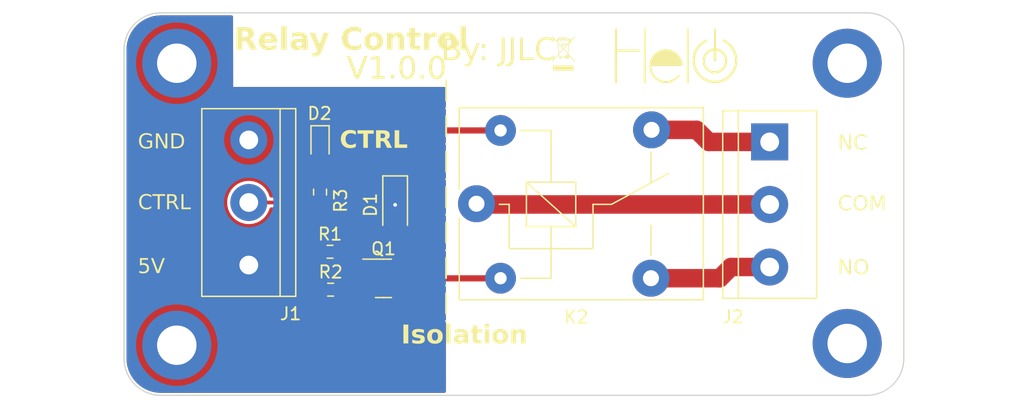
<source format=kicad_pcb>
(kicad_pcb (version 20221018) (generator pcbnew)
  (layers (0 "F.Cu" signal) (31 "B.Cu" signal) (34 "B.Paste" user) (35 "F.Paste" user) (36 "B.SilkS" user "B.Silkscreen") (37 "F.SilkS" user "F.Silkscreen") (38 "B.Mask" user) (39 "F.Mask" user) (44 "Edge.Cuts" user))
  (net 0 "")
  (net 1 "+5V")
  (net 2 "Net-(D1-A)")
  (net 3 "GND")
  (net 4 "Net-(D2-A)")
  (net 5 "/CONTROL")
  (net 6 "/NO")
  (net 7 "/NC")
  (net 8 "/COM")
  (net 9 "Net-(Q1-B)")
  (footprint "Custom_Logos:no_trash_logo_small" (layer "F.Cu") (at 149.37 63.3)
    (fp_text reference "G***" hide)
    (fp_text value "LOGO" hide)
    (fp_poly (pts (xy 0.328554 0.21485) (xy 0.348234 0.225214) (xy 0.363667 0.24124) (xy 0.373749 0.261907) (xy 0.376865 0.276935) (xy 0.375707 0.299204) (xy 0.367976 0.319147) (xy 0.354941 0.335861) (xy 0.337868 0.348444) (xy 0.318027 0.355994) (xy 0.296685 0.357609) (xy 0.27511 0.352388) (xy 0.272463 0.351212) (xy 0.252884 0.337937) (xy 0.239344 0.319695) (xy 0.232425 0.297326) (xy 0.231912 0.292743) (xy 0.231318 0.273453) (xy 0.233838 0.258924) (xy 0.240294 0.246287) (xy 0.248019 0.236546) (xy 0.265142 0.221529) (xy 0.28486 0.213338) (xy 0.305731 0.211168)) (fill solid) (layer "F.SilkS"))
    (fp_poly (pts (xy -0.007974 0.981127) (xy 0.826734 0.982133) (xy 0.826166 0.996078) (xy 0.826045 1.002768) (xy 0.825915 1.016592) (xy 0.825781 1.036718) (xy 0.825647 1.062311) (xy 0.825516 1.092537) (xy 0.825393 1.126563) (xy 0.82528 1.163555) (xy 0.825184 1.202679) (xy 0.825176 1.206251) (xy 0.824753 1.402478) (xy -0.007968 1.402478) (xy -0.08882 1.402473) (xy -0.167532 1.40246) (xy -0.243735 1.402437) (xy -0.31706 1.402407) (xy -0.387139 1.402368) (xy -0.453602 1.402322) (xy -0.516081 1.40227) (xy -0.574205 1.402211) (xy -0.627608 1.402146) (xy -0.675919 1.402075) (xy -0.718769 1.401999) (xy -0.75579 1.401919) (xy -0.786612 1.401834) (xy -0.810867 1.401746) (xy -0.828185 1.401654) (xy -0.838198 1.401559) (xy -0.8407 1.401482) (xy -0.84072 1.397426) (xy -0.840774 1.386141) (xy -0.840858 1.368365) (xy -0.84097 1.344838) (xy -0.841104 1.316298) (xy -0.841259 1.283486) (xy -0.841429 1.247139) (xy -0.841613 1.207997) (xy -0.841696 1.190303) (xy -0.842682 0.980121)) (fill solid) (layer "F.SilkS"))
    (fp_poly (pts (xy -0.907202 -1.406048) (xy -0.90578 -1.404964) (xy -0.903358 -1.402704) (xy -0.899615 -1.398915) (xy -0.894229 -1.393243) (xy -0.886879 -1.385336) (xy -0.877242 -1.37484) (xy -0.864998 -1.361402) (xy -0.849826 -1.344667) (xy -0.831403 -1.324284) (xy -0.809408 -1.299899) (xy -0.783519 -1.271158) (xy -0.753416 -1.237709) (xy -0.718777 -1.199197) (xy -0.67928 -1.155269) (xy -0.659742 -1.133538) (xy -0.625981 -1.095965) (xy -0.597186 -1.063905) (xy -0.572971 -1.036965) (xy -0.552952 -1.014751) (xy -0.536743 -0.996872) (xy -0.52396 -0.982934) (xy -0.514217 -0.972545) (xy -0.507129 -0.965312) (xy -0.502311 -0.960843) (xy -0.499378 -0.958745) (xy -0.497945 -0.958625) (xy -0.497626 -0.960091) (xy -0.498037 -0.962749) (xy -0.498793 -0.966208) (xy -0.499507 -0.970075) (xy -0.499522 -0.970181) (xy -0.500981 -0.982202) (xy -0.502689 -0.998697) (xy -0.504287 -1.016193) (xy -0.504355 -1.016996) (xy -0.506423 -1.041663) (xy -0.446982 -1.041663) (xy -0.446479 -1.030597) (xy -0.445352 -1.014029) (xy -0.443686 -0.993172) (xy -0.441566 -0.96924) (xy -0.44103 -0.96351) (xy -0.433423 -0.882868) (xy -0.36311 -0.805003) (xy -0.34624 -0.786318) (xy -0.324887 -0.762662) (xy -0.299906 -0.734983) (xy -0.272151 -0.704226) (xy -0.242475 -0.671339) (xy -0.211733 -0.637268) (xy -0.18078 -0.602959) (xy -0.15047 -0.56936) (xy -0.14785 -0.566456) (xy -0.115354 -0.530499) (xy -0.087758 -0.500122) (xy -0.064683 -0.474935) (xy -0.045754 -0.454547) (xy -0.030592 -0.438565) (xy -0.018821 -0.426599) (xy -0.010063 -0.418257) (xy -0.003943 -0.413149) (xy -0.000082 -0.410882) (xy 0.001897 -0.411066) (xy 0.001898 -0.411067) (xy 0.005702 -0.415251) (xy 0.014172 -0.424558) (xy 0.026608 -0.43822) (xy 0.04231 -0.455468) (xy 0.060577 -0.475533) (xy 0.080712 -0.497648) (xy 0.089012 -0.506763) (xy 0.109439 -0.529268) (xy 0.128019 -0.549872) (xy 0.144101 -0.567843) (xy 0.157033 -0.582448) (xy 0.166165 -0.592954) (xy 0.170844 -0.598629) (xy 0.171326 -0.599399) (xy 0.167478 -0.599872) (xy 0.15648 -0.60031) (xy 0.139149 -0.600704) (xy 0.116305 -0.601042) (xy 0.088765 -0.601314) (xy 0.057347 -0.601508) (xy 0.022871 -0.601615) (xy 0.001992 -0.601632) (xy -0.167341 -0.601632) (xy -0.167341 -0.697255) (xy -0.167341 -0.735106) (xy -0.108942 -0.735106) (xy -0.108483 -0.705224) (xy -0.108228 -0.689321) (xy -0.107987 -0.675563) (xy -0.10781 -0.666756) (xy -0.107801 -0.666377) (xy -0.107576 -0.657412) (xy 0.058579 -0.657412) (xy 0.224735 -0.657412) (xy 0.237873 -0.670147) (xy 0.24491 -0.677562) (xy 0.248852 -0.684394) (xy 0.250588 -0.693341) (xy 0.251008 -0.707106) (xy 0.251012 -0.71003) (xy 0.251012 -0.73718) (xy 0.071035 -0.736143) (xy -0.108942 -0.735106) (xy -0.167341 -0.735106) (xy -0.167341 -0.792879) (xy 0.07151 -0.792879) (xy 0.31036 -0.792879) (xy 0.311565 -0.773232) (xy 0.312769 -0.753586) (xy 0.364565 -0.80969) (xy 0.380879 -0.827439) (xy 0.395368 -0.843355) (xy 0.407146 -0.856448) (xy 0.41532 -0.86573) (xy 0.419004 -0.87021) (xy 0.419053 -0.870288) (xy 0.420273 -0.875564) (xy 0.421567 -0.884518) (xy 0.513434 -0.884518) (xy 0.539603 -0.884518) (xy 0.565773 -0.884518) (xy 0.565773 -0.913238) (xy 0.565773 -0.941957) (xy 0.547519 -0.924195) (xy 0.536367 -0.91282) (xy 0.526457 -0.901827) (xy 0.52135 -0.895475) (xy 0.513434 -0.884518) (xy 0.421567 -0.884518) (xy 0.421984 -0.8874) (xy 0.424017 -0.904415) (xy 0.426206 -0.925228) (xy 0.428022 -0.944395) (xy 0.428545 -0.950094) (xy 0.486828 -0.950094) (xy 0.490249 -0.949716) (xy 0.497779 -0.956083) (xy 0.505474 -0.964541) (xy 0.518885 -0.980141) (xy 0.504478 -0.980141) (xy 0.494436 -0.979169) (xy 0.490375 -0.975667) (xy 0.490016 -0.973169) (xy 0.488939 -0.963596) (xy 0.48756 -0.957232) (xy 0.486828 -0.950094) (xy 0.428545 -0.950094) (xy 0.430232 -0.968468) (xy 0.432376 -0.991002) (xy 0.434283 -1.010284) (xy 0.435785 -1.024598) (xy 0.436531 -1.030941) (xy 0.438763 -1.047875) (xy -0.003076 -1.047875) (xy -0.061733 -1.047858) (xy -0.118142 -1.04781) (xy -0.171793 -1.047733) (xy -0.222177 -1.047629) (xy -0.268785 -1.047499) (xy -0.311107 -1.047347) (xy -0.348633 -1.047174) (xy -0.380855 -1.046982) (xy -0.407263 -1.046773) (xy -0.427348 -1.046551) (xy -0.4406 -1.046316) (xy -0.446509 -1.046071) (xy -0.446776 -1.046013) (xy -0.446982 -1.041663) (xy -0.506423 -1.041663) (xy -0.506944 -1.047875) (xy -0.538525 -1.047875) (xy -0.570106 -1.047875) (xy -0.568935 -1.076761) (xy -0.567764 -1.105647) (xy -0.540872 -1.105647) (xy -0.51398 -1.105647) (xy -0.513979 -1.113871) (xy -0.4532 -1.113871) (xy -0.452911 -1.108674) (xy -0.449231 -1.106294) (xy -0.441588 -1.104347) (xy -0.438633 -1.108019) (xy -0.438274 -1.113756) (xy -0.439075 -1.120738) (xy -0.442791 -1.12125) (xy -0.446243 -1.119592) (xy -0.4532 -1.113871) (xy -0.513979 -1.113871) (xy -0.513978 -1.12513) (xy -0.513835 -1.134129) (xy -0.512682 -1.140915) (xy -0.50943 -1.146668) (xy -0.50299 -1.152569) (xy -0.492273 -1.159798) (xy -0.476189 -1.169537) (xy -0.469153 -1.173719) (xy -0.438274 -1.192067) (xy -0.438274 -1.231463) (xy -0.37851 -1.231463) (xy -0.37851 -1.171544) (xy -0.37851 -1.111624) (xy -0.344643 -1.111624) (xy -0.310776 -1.111624) (xy -0.310776 -1.136427) (xy -0.250501 -1.136427) (xy -0.250464 -1.122073) (xy -0.250079 -1.11254) (xy -0.24968 -1.109915) (xy -0.246396 -1.109091) (xy -0.237083 -1.108382) (xy -0.221528 -1.107788) (xy -0.199521 -1.107305) (xy -0.170852 -1.106932) (xy -0.135309 -1.106667) (xy -0.092681 -1.106509) (xy -0.042759 -1.106454) (xy 0.01467 -1.106501) (xy 0.079816 -1.106648) (xy 0.093124 -1.106688) (xy 0.43429 -1.107728) (xy 0.43429 -1.119236) (xy 0.433977 -1.123577) (xy 0.492244 -1.123577) (xy 0.49348 -1.111169) (xy 0.498457 -1.101994) (xy 0.505165 -1.095279) (xy 0.519653 -1.086005) (xy 0.534522 -1.084434) (xy 0.549915 -1.089751) (xy 0.562625 -1.099567) (xy 0.56882 -1.113163) (xy 0.569757 -1.123577) (xy 0.567026 -1.140084) (xy 0.558275 -1.151966) (xy 0.549915 -1.157402) (xy 0.533465 -1.162854) (xy 0.518666 -1.160761) (xy 0.505165 -1.151875) (xy 0.496447 -1.142483) (xy 0.4928 -1.132772) (xy 0.492244 -1.123577) (xy 0.433977 -1.123577) (xy 0.433943 -1.124056) (xy 0.432101 -1.127938) (xy 0.427567 -1.131602) (xy 0.419142 -1.135771) (xy 0.405627 -1.141168) (xy 0.385824 -1.148513) (xy 0.385483 -1.148638) (xy 0.362073 -1.15688) (xy 0.336968 -1.165134) (xy 0.311352 -1.173074) (xy 0.286407 -1.180372) (xy 0.263317 -1.186703) (xy 0.243268 -1.191739) (xy 0.227441 -1.195153) (xy 0.217021 -1.196619) (xy 0.213353 -1.19615) (xy 0.212176 -1.191285) (xy 0.211383 -1.180945) (xy 0.211169 -1.170724) (xy 0.211169 -1.147483) (xy 0.015938 -1.147483) (xy -0.179294 -1.147483) (xy -0.179294 -1.177546) (xy -0.179294 -1.207608) (xy -0.193672 -1.204911) (xy -0.206406 -1.202382) (xy -0.221939 -1.199114) (xy -0.228535 -1.197673) (xy -0.249019 -1.193133) (xy -0.250168 -1.153658) (xy -0.250501 -1.136427) (xy -0.310776 -1.136427) (xy -0.310776 -1.167404) (xy -0.310709 -1.187767) (xy -0.310523 -1.205241) (xy -0.310438 -1.20924) (xy -0.121754 -1.20924) (xy 0.013829 -1.207247) (xy 0.045956 -1.206812) (xy 0.075539 -1.20648) (xy 0.101636 -1.206257) (xy 0.123306 -1.206149) (xy 0.139609 -1.20616) (xy 0.149603 -1.206296) (xy 0.1524 -1.206486) (xy 0.15376 -1.210753) (xy 0.154796 -1.221061) (xy 0.155343 -1.235483) (xy 0.155388 -1.241349) (xy 0.155388 -1.274981) (xy 0.01793 -1.274981) (xy -0.020517 -1.274919) (xy -0.051632 -1.27472) (xy -0.076051 -1.274359) (xy -0.09441 -1.273814) (xy -0.107347 -1.273062) (xy -0.115495 -1.27208) (xy -0.119493 -1.270845) (xy -0.120161 -1.27) (xy -0.120543 -1.263709) (xy -0.120941 -1.251975) (xy -0.12127 -1.237322) (xy -0.121273 -1.23713) (xy -0.121754 -1.20924) (xy -0.310438 -1.20924) (xy -0.310245 -1.218296) (xy -0.309901 -1.225403) (xy -0.30978 -1.226173) (xy -0.312998 -1.227623) (xy -0.322449 -1.228971) (xy -0.336398 -1.230006) (xy -0.343647 -1.230312) (xy -0.37851 -1.231463) (xy -0.438274 -1.231463) (xy -0.438274 -1.239501) (xy -0.438274 -1.286934) (xy -0.344643 -1.286934) (xy -0.251012 -1.286934) (xy -0.251012 -1.270996) (xy -0.250692 -1.262888) (xy -0.248836 -1.257854) (xy -0.244099 -1.255572) (xy -0.235136 -1.255719) (xy -0.220599 -1.257972) (xy -0.207184 -1.260477) (xy -0.181286 -1.265404) (xy -0.18013 -1.298009) (xy -0.178974 -1.330613) (xy 0.015966 -1.331683) (xy 0.210906 -1.332753) (xy 0.212034 -1.295079) (xy 0.213161 -1.257404) (xy 0.260973 -1.246668) (xy 0.287933 -1.239953) (xy 0.31996 -1.230909) (xy 0.354752 -1.220251) (xy 0.390012 -1.208693) (xy 0.42344 -1.196947) (xy 0.435079 -1.192623) (xy 0.446341 -1.188606) (xy 0.453051 -1.187615) (xy 0.458088 -1.189796) (xy 0.462969 -1.194036) (xy 0.484945 -1.209369) (xy 0.509566 -1.218079) (xy 0.535304 -1.220166) (xy 0.56063 -1.21563) (xy 0.584016 -1.204469) (xy 0.597 -1.194096) (xy 0.614073 -1.173409) (xy 0.62392 -1.150407) (xy 0.627195 -1.12437) (xy 0.62753 -1.099265) (xy 0.647451 -1.120418) (xy 0.660261 -1.134161) (xy 0.677574 -1.152971) (xy 0.699527 -1.176998) (xy 0.726256 -1.206392) (xy 0.757897 -1.241303) (xy 0.794587 -1.281882) (xy 0.83073 -1.321921) (xy 0.850396 -1.343578) (xy 0.86844 -1.363171) (xy 0.88415 -1.379952) (xy 0.896814 -1.393167) (xy 0.90572 -1.402067) (xy 0.910156 -1.4059) (xy 0.910416 -1.405993) (xy 0.915185 -1.403551) (xy 0.923788 -1.397011) (xy 0.933904 -1.388201) (xy 0.953408 -1.370255) (xy 0.943525 -1.359473) (xy 0.935644 -1.350848) (xy 0.923131 -1.33712) (xy 0.906689 -1.319063) (xy 0.88702 -1.297449) (xy 0.864827 -1.273052) (xy 0.840813 -1.246644) (xy 0.81568 -1.218999) (xy 0.790132 -1.19089) (xy 0.764869 -1.163089) (xy 0.740596 -1.136371) (xy 0.718014 -1.111507) (xy 0.697827 -1.08927) (xy 0.680737 -1.070435) (xy 0.667446 -1.055774) (xy 0.658657 -1.04606) (xy 0.657372 -1.044635) (xy 0.62753 -1.011514) (xy 0.625538 -0.919129) (xy 0.623545 -0.826745) (xy 0.548839 -0.825661) (xy 0.522607 -0.825222) (xy 0.5033 -0.824703) (xy 0.489876 -0.823993) (xy 0.481292 -0.822979) (xy 0.476506 -0.821552) (xy 0.474474 -0.8196) (xy 0.47413 -0.817693) (xy 0.473769 -0.810996) (xy 0.472795 -0.798382) (xy 0.471373 -0.781862) (xy 0.47019 -0.768973) (xy 0.469246 -0.758851) (xy 0.46763 -0.741434) (xy 0.465403 -0.717362) (xy 0.462622 -0.687274) (xy 0.459347 -0.651811) (xy 0.455638 -0.611612) (xy 0.451553 -0.567317) (xy 0.447151 -0.519567) (xy 0.442491 -0.469) (xy 0.437632 -0.416258) (xy 0.432634 -0.361979) (xy 0.432505 -0.360581) (xy 0.427567 -0.306998) (xy 0.422809 -0.25545) (xy 0.418284 -0.20652) (xy 0.414047 -0.160791) (xy 0.410152 -0.118846) (xy 0.406653 -0.081269) (xy 0.403605 -0.048642) (xy 0.401062 -0.02155) (xy 0.399078 -0.000575) (xy 0.397708 0.0137) (xy 0.397005 0.020691) (xy 0.396969 0.021006) (xy 0.396589 0.026007) (xy 0.397153 0.030758) (xy 0.399285 0.036128) (xy 0.403607 0.042982) (xy 0.410746 0.052188) (xy 0.421323 0.064611) (xy 0.435963 0.08112) (xy 0.455289 0.102581) (xy 0.457182 0.104677) (xy 0.471698 0.120752) (xy 0.49081 0.141924) (xy 0.513777 0.167371) (xy 0.539859 0.196274) (xy 0.568315 0.227811) (xy 0.598404 0.26116) (xy 0.629386 0.295502) (xy 0.660519 0.330016) (xy 0.677306 0.348627) (xy 0.708092 0.382754) (xy 0.739036 0.417051) (xy 0.769413 0.450711) (xy 0.798496 0.482931) (xy 0.825559 0.512907) (xy 0.849874 0.539832) (xy 0.870717 0.562903) (xy 0.88736 0.581315) (xy 0.894626 0.589347) (xy 0.953821 0.654757) (xy 0.932119 0.674105) (xy 0.910416 0.693452) (xy 0.898463 0.680086) (xy 0.893423 0.674481) (xy 0.883619 0.663605) (xy 0.869632 0.6481) (xy 0.85204 0.628608) (xy 0.831422 0.605772) (xy 0.808359 0.580232) (xy 0.783428 0.552631) (xy 0.757212 0.523611) (xy 0.727456 0.490669) (xy 0.696047 0.455883) (xy 0.664069 0.420453) (xy 0.632601 0.385578) (xy 0.602727 0.352457) (xy 0.575527 0.322289) (xy 0.552084 0.296273) (xy 0.54272 0.285874) (xy 0.521943 0.262855) (xy 0.502889 0.241859) (xy 0.486205 0.223587) (xy 0.472537 0.208745) (xy 0.462531 0.198035) (xy 0.456835 0.192162) (xy 0.455767 0.191247) (xy 0.4562 0.194325) (xy 0.459535 0.201904) (xy 0.4604 0.203608) (xy 0.471585 0.23293) (xy 0.477381 0.265734) (xy 0.477631 0.29949) (xy 0.472174 0.331667) (xy 0.469048 0.341641) (xy 0.453183 0.375172) (xy 0.431781 0.40366) (xy 0.405766 0.426716) (xy 0.376064 0.443952) (xy 0.343599 0.454981) (xy 0.309298 0.459413) (xy 0.274085 0.456861) (xy 0.238886 0.446937) (xy 0.228607 0.442528) (xy 0.201045 0.426085) (xy 0.176252 0.404303) (xy 0.155663 0.378841) (xy 0.140718 0.351359) (xy 0.135061 0.334602) (xy 0.129976 0.31476) (xy -0.020675 0.31476) (xy -0.171325 0.31476) (xy -0.171325 0.386562) (xy -0.171325 0.458364) (xy -0.249401 0.457284) (xy -0.327476 0.456204) (xy -0.327244 0.389403) (xy -0.327297 0.366792) (xy -0.327592 0.346728) (xy -0.328087 0.330672) (xy -0.328741 0.320086) (xy -0.329281 0.31669) (xy -0.331845 0.314344) (xy -0.270933 0.314344) (xy -0.270933 0.35838) (xy -0.270933 0.402415) (xy -0.248885 0.402415) (xy -0.226836 0.402415) (xy -0.227967 0.359584) (xy -0.229098 0.316753) (xy -0.250015 0.315548) (xy -0.270933 0.314344) (xy -0.331845 0.314344) (xy -0.334683 0.311747) (xy -0.339291 0.310776) (xy -0.353161 0.307414) (xy -0.366649 0.298744) (xy -0.369018 0.295893) (xy 0.207848 0.295893) (xy 0.213827 0.318555) (xy 0.225187 0.338889) (xy 0.241065 0.356033) (xy 0.260601 0.369126) (xy 0.282933 0.377305) (xy 0.307199 0.379711) (xy 0.332539 0.37548) (xy 0.340949 0.372498) (xy 0.362839 0.359713) (xy 0.379721 0.34192) (xy 0.39133 0.320518) (xy 0.397402 0.2969) (xy 0.39767 0.272465) (xy 0.391871 0.248609) (xy 0.379739 0.226726) (xy 0.370576 0.216333) (xy 0.351678 0.201303) (xy 0.331522 0.192717) (xy 0.307597 0.189583) (xy 0.302808 0.189521) (xy 0.275097 0.192995) (xy 0.25146 0.203311) (xy 0.231991 0.220406) (xy 0.216785 0.244219) (xy 0.215476 0.247027) (xy 0.20811 0.271763) (xy 0.207848 0.295893) (xy -0.369018 0.295893) (xy -0.376498 0.286892) (xy -0.376822 0.286282) (xy -0.379028 0.278853) (xy -0.381723 0.264833) (xy -0.384734 0.245568) (xy -0.387887 0.22241) (xy -0.39101 0.196705) (xy -0.393929 0.169803) (xy -0.396471 0.143053) (xy -0.398463 0.117803) (xy -0.398481 0.117537) (xy -0.400899 0.117685) (xy -0.406661 0.122756) (xy -0.40955 0.125905) (xy -0.414046 0.130922) (xy -0.423438 0.141301) (xy -0.437251 0.156519) (xy -0.455007 0.176051) (xy -0.476231 0.199375) (xy -0.500447 0.225968) (xy -0.527177 0.255307) (xy -0.555946 0.286867) (xy -0.586278 0.320126) (xy -0.599639 0.334771) (xy -0.632446 0.370738) (xy -0.665397 0.406882) (xy -0.697812 0.442453) (xy -0.729009 0.476704) (xy -0.758307 0.508887) (xy -0.785026 0.538253) (xy -0.808483 0.564055) (xy -0.827998 0.585543) (xy -0.842889 0.60197) (xy -0.844104 0.603313) (xy -0.862735 0.623881) (xy -0.88002 0.642919) (xy -0.895099 0.659484) (xy -0.907116 0.672635) (xy -0.915211 0.681429) (xy -0.917974 0.684375) (xy -0.926672 0.693409) (xy -0.94829 0.674047) (xy -0.969907 0.654685) (xy -0.868511 0.543492) (xy -0.843519 0.516085) (xy -0.818353 0.488488) (xy -0.793968 0.461746) (xy -0.771318 0.436908) (xy -0.751359 0.41502) (xy -0.735045 0.397131) (xy -0.725212 0.386348) (xy -0.709067 0.36865) (xy -0.689219 0.346904) (xy -0.667343 0.322945) (xy -0.645113 0.298604) (xy -0.624203 0.275717) (xy -0.623545 0.274997) (xy -0.604704 0.254363) (xy -0.586364 0.234246) (xy -0.569667 0.215903) (xy -0.555755 0.200588) (xy -0.54577 0.189557) (xy -0.543893 0.187472) (xy -0.535136 0.177785) (xy -0.522149 0.163486) (xy -0.506084 0.145842) (xy -0.488093 0.126118) (xy -0.469327 0.105578) (xy -0.464754 0.100577) (xy -0.438158 0.071503) (xy -0.34344 0.071503) (xy -0.342782 0.084338) (xy -0.341391 0.102149) (xy -0.33924 0.125932) (xy -0.336427 0.155388) (xy -0.333823 0.182337) (xy -0.331482 0.206517) (xy -0.329511 0.226841) (xy -0.328015 0.242225) (xy -0.327099 0.251584) (xy -0.326856 0.254) (xy -0.322962 0.254182) (xy -0.311805 0.254354) (xy -0.294088 0.254511) (xy -0.270517 0.254652) (xy -0.241796 0.254773) (xy -0.208631 0.254871) (xy -0.171724 0.254942) (xy -0.131783 0.254985) (xy -0.098059 0.254996) (xy 0.130596 0.254996) (xy 0.133129 0.241491) (xy 0.139147 0.222269) (xy 0.149728 0.200697) (xy 0.16331 0.179521) (xy 0.178329 0.161485) (xy 0.179207 0.160598) (xy 0.208229 0.13707) (xy 0.239272 0.121087) (xy 0.387602 0.121087) (xy 0.388488 0.12501) (xy 0.393791 0.131224) (xy 0.401244 0.137681) (xy 0.40858 0.142331) (xy 0.4123 0.143415) (xy 0.412152 0.140985) (xy 0.407355 0.13479) (xy 0.403463 0.13069) (xy 0.395265 0.123728) (xy 0.389143 0.120736) (xy 0.387602 0.121087) (xy 0.239272 0.121087) (xy 0.241228 0.12008) (xy 0.276993 0.11013) (xy 0.307108 0.107576) (xy 0.329656 0.107576) (xy 0.332125 0.092635) (xy 0.333311 0.08585) (xy 0.33419 0.079887) (xy 0.334391 0.074247) (xy 0.333546 0.06843) (xy 0.331286 0.061938) (xy 0.327241 0.05427) (xy 0.321043 0.044927) (xy 0.312321 0.03341) (xy 0.300707 0.019218) (xy 0.285832 0.001853) (xy 0.267326 -0.019185) (xy 0.244821 -0.044395) (xy 0.217946 -0.074277) (xy 0.186334 -0.109331) (xy 0.166989 -0.130778) (xy 0.137548 -0.163378) (xy 0.109662 -0.19416) (xy 0.08379 -0.222622) (xy 0.060392 -0.248264) (xy 0.039927 -0.270584) (xy 0.022856 -0.289082) (xy 0.009636 -0.303257) (xy 0.000729 -0.312607) (xy -0.003406 -0.316631) (xy -0.003621 -0.316753) (xy -0.007412 -0.313978) (xy -0.015074 -0.306555) (xy -0.02524 -0.295844) (xy -0.030163 -0.290428) (xy -0.037487 -0.282309) (xy -0.04956 -0.268979) (xy -0.065765 -0.251117) (xy -0.085485 -0.229403) (xy -0.108102 -0.204515) (xy -0.132999 -0.177132) (xy -0.159559 -0.147936) (xy -0.187165 -0.117604) (xy -0.193239 -0.110932) (xy -0.220292 -0.081207) (xy -0.245866 -0.053089) (xy -0.26943 -0.02716) (xy -0.290455 -0.004007) (xy -0.308409 0.015788) (xy -0.322763 0.031639) (xy -0.332986 0.042962) (xy -0.338548 0.049174) (xy -0.339273 0.050005) (xy -0.34128 0.052896) (xy -0.342662 0.056778) (xy -0.34339 0.062649) (xy -0.34344 0.071503) (xy -0.438158 0.071503) (xy -0.405503 0.035806) (xy -0.426178 -0.184301) (xy -0.430712 -0.232623) (xy -0.435565 -0.284424) (xy -0.440582 -0.33805) (xy -0.445607 -0.391842) (xy -0.450487 -0.444144) (xy -0.455066 -0.4933) (xy -0.45919 -0.537654) (xy -0.462353 -0.571749) (xy -0.467392 -0.626174) (xy -0.47175 -0.67322) (xy -0.475491 -0.713442) (xy -0.478681 -0.747393) (xy -0.481383 -0.77563) (xy -0.482103 -0.782918) (xy -0.422968 -0.782918) (xy -0.420508 -0.751043) (xy -0.419765 -0.742241) (xy -0.418337 -0.726153) (xy -0.416285 -0.703427) (xy -0.413668 -0.67471) (xy -0.410546 -0.640652) (xy -0.406979 -0.6019) (xy -0.403025 -0.559102) (xy -0.398745 -0.512905) (xy -0.394198 -0.463959) (xy -0.389444 -0.41291) (xy -0.386326 -0.379493) (xy -0.381537 -0.32812) (xy -0.376967 -0.278925) (xy -0.372671 -0.232498) (xy -0.368702 -0.189434) (xy -0.365115 -0.150323) (xy -0.361964 -0.115757) (xy -0.359302 -0.086328) (xy -0.357184 -0.062629) (xy -0.355664 -0.045252) (xy -0.354795 -0.034787) (xy -0.354604 -0.031862) (xy -0.353912 -0.025383) (xy -0.352963 -0.023906) (xy -0.349997 -0.026746) (xy -0.342284 -0.034826) (xy -0.330432 -0.04749) (xy -0.31505 -0.06408) (xy -0.29675 -0.083939) (xy -0.27614 -0.106408) (xy -0.254351 -0.130259) (xy -0.228819 -0.158272) (xy -0.202184 -0.187513) (xy -0.175621 -0.216692) (xy -0.150307 -0.244515) (xy -0.127416 -0.269692) (xy -0.108124 -0.29093) (xy -0.100089 -0.299784) (xy -0.042946 -0.362793) (xy 0.035292 -0.362793) (xy 0.127938 -0.260087) (xy 0.150678 -0.234891) (xy 0.1726 -0.210626) (xy 0.192907 -0.18817) (xy 0.210806 -0.168403) (xy 0.2255 -0.152202) (xy 0.236196 -0.140445) (xy 0.240779 -0.135438) (xy 0.26288 -0.111328) (xy 0.28323 -0.088945) (xy 0.301133 -0.069067) (xy 0.315894 -0.052472) (xy 0.326817 -0.039939) (xy 0.333207 -0.032245) (xy 0.334093 -0.031057) (xy 0.3389 -0.025864) (xy 0.341374 -0.025285) (xy 0.342011 -0.029442) (xy 0.343321 -0.040973) (xy 0.345248 -0.059315) (xy 0.347738 -0.083908) (xy 0.350736 -0.11419) (xy 0.354187 -0.149599) (xy 0.358038 -0.189574) (xy 0.362232 -0.233553) (xy 0.366716 -0.280974) (xy 0.371434 -0.331275) (xy 0.376332 -0.383896) (xy 0.376631 -0.387119) (xy 0.381549 -0.440159) (xy 0.386279 -0.491125) (xy 0.390766 -0.539433) (xy 0.394956 -0.584498) (xy 0.398794 -0.625736) (xy 0.402226 -0.662561) (xy 0.405197 -0.694389) (xy 0.407653 -0.720635) (xy 0.409539 -0.740713) (xy 0.410801 -0.75404) (xy 0.411384 -0.76003) (xy 0.411389 -0.760076) (xy 0.411695 -0.768549) (xy 0.410598 -0.77207) (xy 0.410364 -0.772029) (xy 0.407023 -0.768882) (xy 0.399222 -0.760793) (xy 0.387862 -0.748716) (xy 0.37384 -0.733607) (xy 0.35936 -0.717846) (xy 0.310777 -0.664727) (xy 0.310777 -0.633179) (xy 0.310777 -0.601632) (xy 0.28189 -0.601608) (xy 0.253004 -0.601584) (xy 0.212362 -0.556784) (xy 0.197359 -0.540257) (xy 0.183551 -0.525066) (xy 0.172156 -0.512551) (xy 0.164393 -0.50405) (xy 0.162532 -0.502024) (xy 0.157168 -0.49618) (xy 0.147367 -0.485474) (xy 0.134062 -0.470927) (xy 0.11819 -0.453561) (xy 0.100683 -0.434398) (xy 0.094318 -0.427428) (xy 0.035292 -0.362793) (xy -0.042946 -0.362793) (xy -0.042798 -0.362956) (xy -0.052277 -0.373687) (xy -0.059112 -0.381358) (xy -0.063476 -0.386138) (xy -0.063773 -0.386444) (xy -0.066871 -0.389832) (xy -0.074583 -0.398356) (xy -0.086194 -0.411224) (xy -0.100992 -0.427644) (xy -0.118262 -0.446827) (xy -0.137292 -0.46798) (xy -0.137451 -0.468157) (xy -0.160869 -0.494181) (xy -0.186546 -0.522688) (xy -0.212776 -0.551785) (xy -0.237852 -0.57958) (xy -0.260067 -0.604179) (xy -0.26857 -0.613585) (xy -0.288395 -0.635512) (xy -0.308744 -0.658032) (xy -0.328199 -0.679573) (xy -0.345341 -0.698566) (xy -0.358752 -0.713439) (xy -0.360241 -0.715092) (xy -0.374581 -0.730935) (xy -0.388635 -0.746327) (xy -0.400624 -0.759327) (xy -0.407711 -0.766888) (xy -0.422968 -0.782918) (xy -0.482103 -0.782918) (xy -0.483662 -0.798706) (xy -0.485582 -0.817176) (xy -0.487207 -0.831596) (xy -0.488601 -0.842518) (xy -0.489829 -0.850499) (xy -0.490954 -0.856093) (xy -0.492042 -0.859855) (xy -0.493157 -0.862339) (xy -0.494361 -0.864099) (xy -0.495721 -0.865692) (xy -0.496517 -0.866645) (xy -0.500309 -0.870999) (xy -0.509035 -0.880797) (xy -0.522279 -0.895578) (xy -0.539624 -0.914879) (xy -0.560656 -0.93824) (xy -0.584957 -0.965199) (xy -0.612113 -0.995293) (xy -0.641706 -1.028063) (xy -0.673322 -1.063045) (xy -0.706543 -1.099778) (xy -0.721161 -1.115933) (xy -0.754893 -1.153228) (xy -0.787156 -1.18894) (xy -0.81754 -1.222611) (xy -0.845631 -1.253783) (xy -0.871019 -1.281998) (xy -0.893293 -1.306798) (xy -0.91204 -1.327726) (xy -0.92685 -1.344323) (xy -0.93731 -1.356132) (xy -0.94301 -1.362694) (xy -0.943901 -1.363798) (xy -0.946408 -1.368515) (xy -0.94567 -1.373029) (xy -0.940732 -1.379062) (xy -0.930636 -1.388336) (xy -0.929956 -1.388936) (xy -0.919604 -1.397772) (xy -0.911642 -1.404038) (xy -0.907945 -1.40631)) (fill solid) (layer "F.SilkS"))
  )
  (footprint "LED_SMD:LED_0603_1608Metric" (layer "F.Cu") (at 129.62 70.6625 -90)
    (fp_text reference "D2" (at -2.4825 0.04 -180) (layer "F.SilkS"))
    (fp_text value "RED")
    (fp_line (start -1.485 -0.735) (end -1.485 0.735) (stroke (width 0.12)) (layer "F.SilkS"))
    (fp_line (start -1.485 0.735) (end 0.8 0.735) (stroke (width 0.12)) (layer "F.SilkS"))
    (fp_line (start 0.8 -0.735) (end -1.485 -0.735) (stroke (width 0.12)) (layer "F.SilkS"))
    (pad "1" smd roundrect (at -0.7875 0 270) (size 0.875 0.95) (layers "F.Cu" "F.Paste" "F.Mask") (net 3 "GND"))
    (pad "2" smd roundrect (at 0.7875 0 270) (size 0.875 0.95) (layers "F.Cu" "F.Paste" "F.Mask") (net 4 "Net-(D2-A)"))
  )
  (footprint "Custom_Logos:Helo_logo" (layer "F.Cu") (at 158.47 64.09)
    (fp_text reference "G***" hide)
    (fp_text value "LOGO" hide)
    (fp_poly (pts (xy -2.432177 -0.587963) (xy -2.425856 1.633918) (xy -2.512768 1.633918) (xy -2.59968 1.633918) (xy -2.593358 -0.587963) (xy -2.587037 -2.809844) (xy -2.512768 -2.809844) (xy -2.438499 -2.809844)) (fill solid) (layer "F.SilkS"))
    (fp_poly (pts (xy 1.058466 -0.587963) (xy 1.064787 1.633918) (xy 0.977875 1.633918) (xy 0.890964 1.633918) (xy 0.897285 -0.587963) (xy 0.903606 -2.809844) (xy 0.977875 -2.809844) (xy 1.052144 -2.809844)) (fill solid) (layer "F.SilkS"))
    (fp_poly (pts (xy -4.759081 -1.962237) (xy -4.752567 -1.11463) (xy -3.81834 -1.108144) (xy -2.884113 -1.101657) (xy -2.876672 -1.037647) (xy -2.874165 -1.006752) (xy -2.877505 -0.981537) (xy -2.891156 -0.961468) (xy -2.919584 -0.94601) (xy -2.967254 -0.934629) (xy -3.038631 -0.92679) (xy -3.138179 -0.921959) (xy -3.270363 -0.919602) (xy -3.43965 -0.919183) (xy -3.650503 -0.92017) (xy -3.846477 -0.921569) (xy -4.752797 -0.928363) (xy -4.759196 0.346588) (xy -4.765594 1.62154) (xy -4.846223 1.62931) (xy -4.911037 1.625579) (xy -4.939259 1.604554) (xy -4.94103 1.575478) (xy -4.942583 1.500484) (xy -4.94391 1.383164) (xy -4.945 1.227111) (xy -4.945844 1.035918) (xy -4.946432 0.81318) (xy -4.946755 0.562488) (xy -4.946802 0.287436) (xy -4.946563 -0.008382) (xy -4.94603 -0.321374) (xy -4.945278 -0.618909) (xy -4.938889 -2.809844) (xy -4.852241 -2.809844) (xy -4.765594 -2.809844)) (fill solid) (layer "F.SilkS"))
    (fp_poly (pts (xy -0.575851 -1.114753) (xy -0.507505 -1.101387) (xy -0.270952 -1.027029) (xy -0.053557 -0.910645) (xy 0.139458 -0.757652) (xy 0.302874 -0.573466) (xy 0.431472 -0.363504) (xy 0.520031 -0.133185) (xy 0.548883 -0.0051) (xy 0.563697 0.090376) (xy 0.567542 0.150084) (xy 0.560004 0.18663) (xy 0.541769 0.211531) (xy 0.528197 0.220126) (xy 0.503478 0.227322) (xy 0.463605 0.233234) (xy 0.404575 0.237973) (xy 0.322384 0.241655) (xy 0.213027 0.244391) (xy 0.0725 0.246295) (xy -0.103201 0.247481) (xy -0.318082 0.248062) (xy -0.576145 0.248152) (xy -0.74731 0.248023) (xy -1.998606 0.246732) (xy -1.975163 0.352362) (xy -1.907112 0.605097) (xy -1.822619 0.815778) (xy -1.717592 0.990299) (xy -1.587936 1.134555) (xy -1.42956 1.254438) (xy -1.297746 1.327838) (xy -1.071068 1.4143) (xy -0.842611 1.452306) (xy -0.61647 1.442562) (xy -0.396739 1.385774) (xy -0.187512 1.28265) (xy 0.007116 1.133895) (xy 0.046873 1.095809) (xy 0.14795 1.003906) (xy 0.224738 0.954155) (xy 0.278355 0.946213) (xy 0.309915 0.979732) (xy 0.317779 1.011977) (xy 0.303717 1.061288) (xy 0.256453 1.130197) (xy 0.184035 1.210915) (xy 0.094508 1.295652) (xy -0.004079 1.376618) (xy -0.10368 1.446026) (xy -0.169101 1.483263) (xy -0.382033 1.568031) (xy -0.609622 1.618225) (xy -0.838355 1.63222) (xy -1.054715 1.608392) (xy -1.106764 1.595938) (xy -1.356379 1.504843) (xy -1.578096 1.374979) (xy -1.768492 1.209396) (xy -1.924146 1.011148) (xy -2.041637 0.783284) (xy -2.054174 0.750994) (xy -2.0877 0.646861) (xy -2.114383 0.536669) (xy -2.132242 0.43276) (xy -2.139298 0.347471) (xy -2.133573 0.293143) (xy -2.128974 0.284613) (xy -2.120924 0.245085) (xy -2.130725 0.231029) (xy -2.142807 0.190535) (xy -2.138889 0.107413) (xy -2.129566 0.040399) (xy -2.066172 -0.210039) (xy -1.961655 -0.439939) (xy -1.820302 -0.644682) (xy -1.646401 -0.819651) (xy -1.444243 -0.960225) (xy -1.218114 -1.061787) (xy -1.067767 -1.103136) (xy -0.897116 -1.130775) (xy -0.741338 -1.134673)) (fill solid) (layer "F.SilkS"))
    (fp_poly (pts (xy 2.573955 -1.907444) (xy 2.58593 -1.884969) (xy 2.592725 -1.831736) (xy 2.570542 -1.78651) (xy 2.512753 -1.740726) (xy 2.444403 -1.702095) (xy 2.209493 -1.551519) (xy 2.002037 -1.362485) (xy 1.82795 -1.141116) (xy 1.720342 -0.952435) (xy 1.642735 -0.769848) (xy 1.59293 -0.592042) (xy 1.567823 -0.402897) (xy 1.564308 -0.186292) (xy 1.565522 -0.148538) (xy 1.592954 0.123791) (xy 1.655929 0.3668) (xy 1.758149 0.589038) (xy 1.903317 0.799053) (xy 2.04312 0.954208) (xy 2.250166 1.133228) (xy 2.479637 1.271708) (xy 2.710819 1.365594) (xy 2.805262 1.393163) (xy 2.89764 1.410575) (xy 3.004172 1.419867) (xy 3.141077 1.423079) (xy 3.168811 1.423167) (xy 3.321285 1.419614) (xy 3.455204 1.409367) (xy 3.557009 1.393576) (xy 3.577291 1.388495) (xy 3.847489 1.287377) (xy 4.091979 1.145906) (xy 4.307104 0.967876) (xy 4.489206 0.757081) (xy 4.634626 0.517314) (xy 4.739707 0.25237) (xy 4.766 0.155551) (xy 4.797551 -0.050336) (xy 4.801822 -0.276785) (xy 4.77994 -0.504651) (xy 4.733031 -0.714792) (xy 4.710881 -0.780687) (xy 4.586676 -1.050807) (xy 4.428319 -1.28524) (xy 4.23506 -1.484844) (xy 4.006147 -1.650482) (xy 3.901464 -1.708957) (xy 3.828065 -1.750569) (xy 3.789917 -1.785425) (xy 3.776312 -1.82519) (xy 3.775341 -1.846372) (xy 3.791248 -1.906185) (xy 3.839142 -1.929017) (xy 3.919287 -1.914858) (xy 4.031945 -1.863696) (xy 4.085894 -1.833032) (xy 4.333859 -1.657937) (xy 4.546347 -1.450183) (xy 4.721006 -1.213914) (xy 4.855482 -0.953272) (xy 4.947423 -0.6724) (xy 4.994475 -0.375442) (xy 5.000433 -0.222807) (xy 4.977013 0.083416) (xy 4.907563 0.373468) (xy 4.793294 0.644547) (xy 4.635422 0.893853) (xy 4.435157 1.118585) (xy 4.408594 1.143529) (xy 4.229841 1.293186) (xy 4.051157 1.408526) (xy 3.853556 1.500936) (xy 3.747107 1.540253) (xy 3.634947 1.575893) (xy 3.53426 1.599349) (xy 3.426588 1.613694) (xy 3.293472 1.622002) (xy 3.245513 1.623787) (xy 3.043013 1.624481) (xy 2.880914 1.611936) (xy 2.809844 1.599293) (xy 2.520202 1.508361) (xy 2.255173 1.375052) (xy 2.016841 1.201077) (xy 1.807287 0.988147) (xy 1.628594 0.737975) (xy 1.522967 0.541571) (xy 1.445951 0.354313) (xy 1.396003 0.167866) (xy 1.370461 -0.032403) (xy 1.366666 -0.261129) (xy 1.3682 -0.309454) (xy 1.390206 -0.55988) (xy 1.438682 -0.782187) (xy 1.518272 -0.9927) (xy 1.614658 -1.175926) (xy 1.696159 -1.298096) (xy 1.794955 -1.419657) (xy 1.905763 -1.536753) (xy 2.023298 -1.645528) (xy 2.142279 -1.742124) (xy 2.257422 -1.822685) (xy 2.363444 -1.883354) (xy 2.455063 -1.920275) (xy 2.526994 -1.92959)) (fill solid) (layer "F.SilkS"))
    (fp_poly (pts (xy 3.261984 -2.016313) (xy 3.26851 -1.222782) (xy 3.447656 -1.170025) (xy 3.652968 -1.086188) (xy 3.83154 -0.965421) (xy 3.976593 -0.812639) (xy 4.013505 -0.759835) (xy 4.105717 -0.591452) (xy 4.160302 -0.423072) (xy 4.182618 -0.236226) (xy 4.183821 -0.172677) (xy 4.160724 0.05417) (xy 4.092942 0.261729) (xy 3.982736 0.446442) (xy 3.832367 0.604751) (xy 3.644098 0.733099) (xy 3.590592 0.760465) (xy 3.511246 0.794277) (xy 3.433226 0.815541) (xy 3.339386 0.827633) (xy 3.218324 0.833752) (xy 3.055589 0.832903) (xy 2.929455 0.819529) (xy 2.878014 0.806931) (xy 2.696935 0.723779) (xy 2.528185 0.599883) (xy 2.381434 0.443939) (xy 2.266356 0.264643) (xy 2.259338 0.250633) (xy 2.229257 0.185286) (xy 2.209532 0.126809) (xy 2.198012 0.061863) (xy 2.192542 -0.022895) (xy 2.190972 -0.140804) (xy 2.190952 -0.158863) (xy 2.356173 -0.158863) (xy 2.379283 0.030568) (xy 2.423044 0.159726) (xy 2.4841 0.264643) (xy 2.572318 0.376434) (xy 2.67201 0.477168) (xy 2.759159 0.543914) (xy 2.927323 0.619501) (xy 3.114301 0.653013) (xy 3.311733 0.643768) (xy 3.478691 0.602748) (xy 3.576537 0.556336) (xy 3.679697 0.479006) (xy 3.754751 0.408552) (xy 3.835055 0.324348) (xy 3.88853 0.254284) (xy 3.926238 0.180627) (xy 3.959238 0.085645) (xy 3.962193 0.07598) (xy 3.999472 -0.125028) (xy 3.991018 -0.322878) (xy 3.938787 -0.510303) (xy 3.844736 -0.680035) (xy 3.722371 -0.814831) (xy 3.6477 -0.870067) (xy 3.553757 -0.925249) (xy 3.455909 -0.972799) (xy 3.369523 -1.005139) (xy 3.31642 -1.01501) (xy 3.307438 -0.991221) (xy 3.300277 -0.923677) (xy 3.295283 -0.818116) (xy 3.292804 -0.680273) (xy 3.292593 -0.620933) (xy 3.291682 -0.48378) (xy 3.289168 -0.362289) (xy 3.285379 -0.265905) (xy 3.280642 -0.204071) (xy 3.277566 -0.187698) (xy 3.240734 -0.1572) (xy 3.181189 -0.148538) (xy 3.113192 -0.160635) (xy 3.084813 -0.187698) (xy 3.079673 -0.224973) (xy 3.07529 -0.302317) (xy 3.071992 -0.410284) (xy 3.070104 -0.539433) (xy 3.069786 -0.620933) (xy 3.068347 -0.769487) (xy 3.064263 -0.887927) (xy 3.057881 -0.970519) (xy 3.049546 -1.011525) (xy 3.045958 -1.01501) (xy 2.988139 -1.002896) (xy 2.904757 -0.971515) (xy 2.811938 -0.928309) (xy 2.725811 -0.88072) (xy 2.667378 -0.840319) (xy 2.533501 -0.699693) (xy 2.435517 -0.533142) (xy 2.375663 -0.349816) (xy 2.356173 -0.158863) (xy 2.190952 -0.158863) (xy 2.190936 -0.173295) (xy 2.191794 -0.299296) (xy 2.19601 -0.389854) (xy 2.206045 -0.459028) (xy 2.224361 -0.52088) (xy 2.253418 -0.589469) (xy 2.269986 -0.624869) (xy 2.385399 -0.812912) (xy 2.536567 -0.971123) (xy 2.716703 -1.094001) (xy 2.91902 -1.176043) (xy 2.964232 -1.187695) (xy 3.093863 -1.217836) (xy 3.100391 -2.01384) (xy 3.10692 -2.809844) (xy 3.181189 -2.809844) (xy 3.255458 -2.809844)) (fill solid) (layer "F.SilkS"))
  )
  (footprint "TerminalBlock:TerminalBlock_bornier-3_P5.08mm" (layer "F.Cu") (at 123.84 80.49 90)
    (fp_text reference "J1" (at -3.96 3.39 180) (layer "F.SilkS"))
    (fp_text value "Screw_Terminal_01x03")
    (fp_line (start -2.54 -3.81) (end 12.7 -3.81) (stroke (width 0.12)) (layer "F.SilkS"))
    (fp_line (start -2.54 2.54) (end 12.7 2.54) (stroke (width 0.12)) (layer "F.SilkS"))
    (fp_line (start -2.54 3.81) (end -2.54 -3.81) (stroke (width 0.12)) (layer "F.SilkS"))
    (fp_line (start -2.54 3.81) (end 12.7 3.81) (stroke (width 0.12)) (layer "F.SilkS"))
    (fp_line (start 12.7 3.81) (end 12.7 -3.81) (stroke (width 0.12)) (layer "F.SilkS"))
    (pad "1" thru_hole rect (at 0 0 90) (size 3 3) (drill 1.52) (layers "*.Cu" "*.Mask") (net 1 "+5V"))
    (pad "2" thru_hole circle (at 5.08 0 90) (size 3 3) (drill 1.52) (layers "*.Cu" "*.Mask") (net 5 "/CONTROL"))
    (pad "3" thru_hole circle (at 10.16 0 90) (size 3 3) (drill 1.52) (layers "*.Cu" "*.Mask") (net 3 "GND"))
  )
  (footprint "Resistor_SMD:R_0603_1608Metric" (layer "F.Cu") (at 129.62 74.5625 -90)
    (fp_text reference "R3" (at 0.6975 -1.67 -90) (layer "F.SilkS"))
    (fp_text value "220")
    (fp_line (start -0.237258 -0.5225) (end 0.237258 -0.5225) (stroke (width 0.12)) (layer "F.SilkS"))
    (fp_line (start -0.237258 0.5225) (end 0.237258 0.5225) (stroke (width 0.12)) (layer "F.SilkS"))
    (pad "1" smd roundrect (at -0.825 0 270) (size 0.8 0.95) (layers "F.Cu" "F.Paste" "F.Mask") (net 4 "Net-(D2-A)"))
    (pad "2" smd roundrect (at 0.825 0 270) (size 0.8 0.95) (layers "F.Cu" "F.Paste" "F.Mask") (net 5 "/CONTROL"))
  )
  (footprint "Package_TO_SOT_SMD:SOT-23" (layer "F.Cu") (at 134.7675 81.57)
    (fp_text reference "Q1" (at 0 -2.4) (layer "F.SilkS"))
    (fp_text value "2N3904")
    (fp_line (start 0 -1.56) (end -1.675 -1.56) (stroke (width 0.12)) (layer "F.SilkS"))
    (fp_line (start 0 -1.56) (end 0.65 -1.56) (stroke (width 0.12)) (layer "F.SilkS"))
    (fp_line (start 0 1.56) (end -0.65 1.56) (stroke (width 0.12)) (layer "F.SilkS"))
    (fp_line (start 0 1.56) (end 0.65 1.56) (stroke (width 0.12)) (layer "F.SilkS"))
    (pad "1" smd roundrect (at -0.9375 -0.95) (size 1.475 0.6) (layers "F.Cu" "F.Paste" "F.Mask") (net 3 "GND"))
    (pad "2" smd roundrect (at -0.9375 0.95) (size 1.475 0.6) (layers "F.Cu" "F.Paste" "F.Mask") (net 9 "Net-(Q1-B)"))
    (pad "3" smd roundrect (at 0.9375 0) (size 1.475 0.6) (layers "F.Cu" "F.Paste" "F.Mask") (net 2 "Net-(D1-A)"))
  )
  (footprint "Resistor_SMD:R_0603_1608Metric" (layer "F.Cu") (at 130.48 82.49)
    (fp_text reference "R2" (at 0 -1.43) (layer "F.SilkS"))
    (fp_text value "3.3k")
    (fp_line (start -0.237258 -0.5225) (end 0.237258 -0.5225) (stroke (width 0.12)) (layer "F.SilkS"))
    (fp_line (start -0.237258 0.5225) (end 0.237258 0.5225) (stroke (width 0.12)) (layer "F.SilkS"))
    (pad "1" smd roundrect (at -0.825 0) (size 0.8 0.95) (layers "F.Cu" "F.Paste" "F.Mask") (net 3 "GND"))
    (pad "2" smd roundrect (at 0.825 0) (size 0.8 0.95) (layers "F.Cu" "F.Paste" "F.Mask") (net 9 "Net-(Q1-B)"))
  )
  (footprint "MountingHole:MountingHole_3.2mm_M3_DIN965_Pad" (layer "F.Cu") (at 172.38 64.1)
    (fp_text reference "REF**" hide)
    (fp_text value "MountingHole_3.2mm_M3_DIN965_Pad")
    (pad "1" thru_hole circle (at 0 0) (size 5.6 5.6) (drill 3.2) (layers "*.Cu" "*.Mask"))
  )
  (footprint "MountingHole:MountingHole_3.2mm_M3_DIN965_Pad" (layer "F.Cu") (at 118 64.1)
    (fp_text reference "REF**" hide)
    (fp_text value "MountingHole_3.2mm_M3_DIN965_Pad")
    (pad "1" thru_hole circle (at 0 0) (size 5.6 5.6) (drill 3.2) (layers "*.Cu" "*.Mask") (net 3 "GND"))
  )
  (footprint "TerminalBlock:TerminalBlock_bornier-3_P5.08mm" (layer "F.Cu") (at 166.09 70.49 -90)
    (fp_text reference "J2" (at 14.21 2.97 180) (layer "F.SilkS"))
    (fp_text value "Screw_Terminal_01x03")
    (fp_line (start -2.54 -3.81) (end 12.7 -3.81) (stroke (width 0.12)) (layer "F.SilkS"))
    (fp_line (start -2.54 2.54) (end 12.7 2.54) (stroke (width 0.12)) (layer "F.SilkS"))
    (fp_line (start -2.54 3.81) (end -2.54 -3.81) (stroke (width 0.12)) (layer "F.SilkS"))
    (fp_line (start -2.54 3.81) (end 12.7 3.81) (stroke (width 0.12)) (layer "F.SilkS"))
    (fp_line (start 12.7 3.81) (end 12.7 -3.81) (stroke (width 0.12)) (layer "F.SilkS"))
    (pad "1" thru_hole rect (at 0 0 270) (size 3 3) (drill 1.52) (layers "*.Cu" "*.Mask") (net 7 "/NC"))
    (pad "2" thru_hole circle (at 5.08 0 270) (size 3 3) (drill 1.52) (layers "*.Cu" "*.Mask") (net 8 "/COM"))
    (pad "3" thru_hole circle (at 10.16 0 270) (size 3 3) (drill 1.52) (layers "*.Cu" "*.Mask") (net 6 "/NO"))
  )
  (footprint "MountingHole:MountingHole_3.2mm_M3_DIN965_Pad" (layer "F.Cu") (at 118 87)
    (fp_text reference "REF**" hide)
    (fp_text value "MountingHole_3.2mm_M3_DIN965_Pad")
    (pad "1" thru_hole circle (at 0 0) (size 5.6 5.6) (drill 3.2) (layers "*.Cu" "*.Mask") (net 3 "GND"))
  )
  (footprint "MountingHole:MountingHole_3.2mm_M3_DIN965_Pad" (layer "F.Cu") (at 172.38 86.86)
    (fp_text reference "REF**" hide)
    (fp_text value "MountingHole_3.2mm_M3_DIN965_Pad")
    (pad "1" thru_hole circle (at 0 0) (size 5.6 5.6) (drill 3.2) (layers "*.Cu" "*.Mask"))
  )
  (footprint "Resistor_SMD:R_0603_1608Metric" (layer "F.Cu") (at 130.43 79.41)
    (fp_text reference "R1" (at 0 -1.43) (layer "F.SilkS"))
    (fp_text value "2.2k")
    (fp_line (start -0.237258 -0.5225) (end 0.237258 -0.5225) (stroke (width 0.12)) (layer "F.SilkS"))
    (fp_line (start -0.237258 0.5225) (end 0.237258 0.5225) (stroke (width 0.12)) (layer "F.SilkS"))
    (pad "1" smd roundrect (at -0.825 0) (size 0.8 0.95) (layers "F.Cu" "F.Paste" "F.Mask") (net 5 "/CONTROL"))
    (pad "2" smd roundrect (at 0.825 0) (size 0.8 0.95) (layers "F.Cu" "F.Paste" "F.Mask") (net 9 "Net-(Q1-B)"))
  )
  (footprint "Relay_THT:Relay_SPDT_SANYOU_SRD_Series_Form_C" (layer "F.Cu") (at 142.31 75.51)
    (fp_text reference "K2" (at 8.1 9.2) (layer "F.SilkS"))
    (fp_text value "SANYOU_SRD_Form_C")
    (fp_line (start -1.4 -7.8) (end -1.4 -1.2) (stroke (width 0.12)) (layer "F.SilkS"))
    (fp_line (start -1.4 -7.8) (end 18.4 -7.8) (stroke (width 0.12)) (layer "F.SilkS"))
    (fp_line (start -1.4 1.2) (end -1.4 7.8) (stroke (width 0.12)) (layer "F.SilkS"))
    (fp_line (start 2.65 0.05) (end 1.85 0.05) (stroke (width 0.12)) (layer "F.SilkS"))
    (fp_line (start 2.65 0.05) (end 2.65 3.65) (stroke (width 0.12)) (layer "F.SilkS"))
    (fp_line (start 3.55 6.05) (end 6.05 6.05) (stroke (width 0.12)) (layer "F.SilkS"))
    (fp_line (start 4.05 -1.75) (end 8.05 -1.75) (stroke (width 0.12)) (layer "F.SilkS"))
    (fp_line (start 4.05 1.85) (end 4.05 -1.75) (stroke (width 0.12)) (layer "F.SilkS"))
    (fp_line (start 6.05 -5.95) (end 3.55 -5.95) (stroke (width 0.12)) (layer "F.SilkS"))
    (fp_line (start 6.05 -5.95) (end 6.05 -1.75) (stroke (width 0.12)) (layer "F.SilkS"))
    (fp_line (start 6.05 1.85) (end 6.05 6.05) (stroke (width 0.12)) (layer "F.SilkS"))
    (fp_line (start 8.05 -1.75) (end 8.05 1.85) (stroke (width 0.12)) (layer "F.SilkS"))
    (fp_line (start 8.05 1.85) (end 4.05 -1.75) (stroke (width 0.12)) (layer "F.SilkS"))
    (fp_line (start 8.05 1.85) (end 4.05 1.85) (stroke (width 0.12)) (layer "F.SilkS"))
    (fp_line (start 9.45 0.05) (end 9.45 3.65) (stroke (width 0.12)) (layer "F.SilkS"))
    (fp_line (start 9.45 0.05) (end 10.95 0.05) (stroke (width 0.12)) (layer "F.SilkS"))
    (fp_line (start 9.45 3.65) (end 2.65 3.65) (stroke (width 0.12)) (layer "F.SilkS"))
    (fp_line (start 10.95 0.05) (end 15.55 -2.45) (stroke (width 0.12)) (layer "F.SilkS"))
    (fp_line (start 14.15 -4.2) (end 14.15 -1.7) (stroke (width 0.12)) (layer "F.SilkS"))
    (fp_line (start 14.15 4.2) (end 14.15 1.75) (stroke (width 0.12)) (layer "F.SilkS"))
    (fp_line (start 18.4 -7.8) (end 18.4 7.8) (stroke (width 0.12)) (layer "F.SilkS"))
    (fp_line (start 18.4 7.8) (end -1.4 7.8) (stroke (width 0.12)) (layer "F.SilkS"))
    (pad "1" thru_hole circle (at 0 0 90) (size 3 3) (drill 1.3) (layers "*.Cu" "*.Mask") (net 8 "/COM"))
    (pad "2" thru_hole circle (at 1.95 6.05 90) (size 2.5 2.5) (drill 1) (layers "*.Cu" "*.Mask") (net 2 "Net-(D1-A)"))
    (pad "3" thru_hole circle (at 14.15 6.05 90) (size 3 3) (drill 1.3) (layers "*.Cu" "*.Mask") (net 6 "/NO"))
    (pad "4" thru_hole circle (at 14.2 -6 90) (size 3 3) (drill 1.3) (layers "*.Cu" "*.Mask") (net 7 "/NC"))
    (pad "5" thru_hole circle (at 1.95 -5.95 90) (size 2.5 2.5) (drill 1) (layers "*.Cu" "*.Mask") (net 1 "+5V"))
  )
  (footprint "Diode_SMD:D_SOD-123" (layer "F.Cu") (at 135.71 75.61 -90)
    (fp_text reference "D1" (at -0.01 2 90) (layer "F.SilkS"))
    (fp_text value "1N4002")
    (fp_line (start -2.36 -1) (end -2.36 1) (stroke (width 0.12)) (layer "F.SilkS"))
    (fp_line (start -2.36 -1) (end 1.65 -1) (stroke (width 0.12)) (layer "F.SilkS"))
    (fp_line (start -2.36 1) (end 1.65 1) (stroke (width 0.12)) (layer "F.SilkS"))
    (pad "1" smd roundrect (at -1.65 0 270) (size 0.9 1.2) (layers "F.Cu" "F.Paste" "F.Mask") (net 1 "+5V"))
    (pad "2" smd roundrect (at 1.65 0 270) (size 0.9 1.2) (layers "F.Cu" "F.Paste" "F.Mask") (net 2 "Net-(D1-A)"))
  )
  (gr_line (start 139.85 65.5) (end 139.84 85.16) (stroke (width 0.15) (type dash_dot)) (layer "F.SilkS"))
  (gr_line (start 173.97 91.07) (end 116.72 91.07) (stroke (width 0.1)) (layer "Edge.Cuts"))
  (gr_arc (start 173.97 60.01) (mid 176.09132 60.88868) (end 176.97 63.01) (stroke (width 0.1)) (layer "Edge.Cuts"))
  (gr_line (start 176.97 63.01) (end 176.97 88.07) (stroke (width 0.1)) (layer "Edge.Cuts"))
  (gr_line (start 113.72 88.07) (end 113.72 63.01) (stroke (width 0.1)) (layer "Edge.Cuts"))
  (gr_arc (start 113.72 63.01) (mid 114.59868 60.88868) (end 116.72 60.01) (stroke (width 0.1)) (layer "Edge.Cuts"))
  (gr_arc (start 176.97 88.07) (mid 176.09132 90.19132) (end 173.97 91.07) (stroke (width 0.1)) (layer "Edge.Cuts"))
  (gr_arc (start 116.72 91.07) (mid 114.59868 90.19132) (end 113.72 88.07) (stroke (width 0.1)) (layer "Edge.Cuts"))
  (gr_line (start 116.72 60.01) (end 173.97 60.01) (stroke (width 0.1)) (layer "Edge.Cuts"))
  (gr_text "COM" (at 171.62 76.25) (layer "F.SilkS") (effects (font (size 1.2 1.2) (thickness 0.1875)) (justify left bottom)))
  (gr_text "V1.0.0" (at 131.77 65.66) (layer "F.SilkS") (effects (font (size 1.8 1.8) (thickness 0.225)) (justify left bottom)))
  (gr_text "NC" (at 171.61 71.31) (layer "F.SilkS") (effects (font (size 1.2 1.2) (thickness 0.1875)) (justify left bottom)))
  (gr_text "CTRL" (at 114.85 76.16) (layer "F.SilkS") (effects (font (size 1.2 1.2) (thickness 0.1875)) (justify left bottom)))
  (gr_text "Isolation" (at 136.19 87.11) (layer "F.SilkS") (effects (font (size 1.5 1.5) (thickness 0.2) bold) (justify left bottom)))
  (gr_text "Relay Control" (at 122.61 63.31) (layer "F.SilkS") (effects (font (size 1.8 1.8) (thickness 0.2) bold) (justify left bottom)))
  (gr_text "NO" (at 171.6 81.44) (layer "F.SilkS") (effects (font (size 1.2 1.2) (thickness 0.1875)) (justify left bottom)))
  (gr_text "CTRL" (at 131.21 71.21) (layer "F.SilkS") (effects (font (size 1.4 1.4) (thickness 0.2) bold) (justify left bottom)))
  (gr_text "5V" (at 114.83 81.35) (layer "F.SilkS") (effects (font (size 1.2 1.2) (thickness 0.1875)) (justify left bottom)))
  (gr_text "GND" (at 114.84 71.22) (layer "F.SilkS") (effects (font (size 1.2 1.2) (thickness 0.1875)) (justify left bottom)))
  (gr_text "By: JJLC" (at 139.42 64.15) (layer "F.SilkS") (effects (font (size 1.8 1.8) (thickness 0.225)) (justify left bottom)))
  (segment (start 144.26 69.56) (end 137.93 69.56) (width 0.5) (layer "F.Cu") (net 1))
  (segment (start 135.71 71.78) (end 135.71 73.96) (width 0.5) (layer "F.Cu") (net 1))
  (segment (start 137.93 69.56) (end 135.71 71.78) (width 0.5) (layer "F.Cu") (net 1))
  (segment (start 135.71 73.96) (end 135.71 75.6) (width 0.5) (layer "F.Cu") (net 1))
  (via (at 135.71 75.6) (size 0.6) (drill 0.3) (layers "F.Cu" "B.Cu") (net 1))
  (segment (start 135.71 77.26) (end 135.71 81.565) (width 0.5) (layer "F.Cu") (net 2))
  (segment (start 135.71 81.565) (end 135.705 81.57) (width 0.3) (layer "F.Cu") (net 2))
  (segment (start 144.25 81.57) (end 144.26 81.56) (width 0.3) (layer "F.Cu") (net 2))
  (segment (start 135.705 81.57) (end 144.25 81.57) (width 0.5) (layer "F.Cu") (net 2))
  (segment (start 129.62 73.7375) (end 129.62 71.45) (width 0.3) (layer "F.Cu") (net 4))
  (segment (start 129.5975 75.41) (end 129.62 75.3875) (width 0.3) (layer "F.Cu") (net 5))
  (segment (start 129.62 75.3875) (end 129.62 79.395) (width 0.3) (layer "F.Cu") (net 5))
  (segment (start 129.62 79.395) (end 129.605 79.41) (width 0.3) (layer "F.Cu") (net 5))
  (segment (start 123.84 75.41) (end 129.5975 75.41) (width 0.3) (layer "F.Cu") (net 5))
  (segment (start 162.95 80.65) (end 162.04 81.56) (width 1.5) (layer "F.Cu") (net 6))
  (segment (start 162.04 81.56) (end 156.46 81.56) (width 1.5) (layer "F.Cu") (net 6))
  (segment (start 166.09 80.65) (end 162.95 80.65) (width 1.5) (layer "F.Cu") (net 6))
  (segment (start 161.14 70.49) (end 160.16 69.51) (width 1.5) (layer "F.Cu") (net 7))
  (segment (start 166.09 70.49) (end 161.14 70.49) (width 1.5) (layer "F.Cu") (net 7))
  (segment (start 160.16 69.51) (end 156.51 69.51) (width 1.5) (layer "F.Cu") (net 7))
  (segment (start 142.37 75.57) (end 142.31 75.51) (width 1.5) (layer "F.Cu") (net 8))
  (segment (start 166.09 75.57) (end 142.37 75.57) (width 1.5) (layer "F.Cu") (net 8))
  (segment (start 133.8 82.49) (end 133.83 82.52) (width 0.3) (layer "F.Cu") (net 9))
  (segment (start 131.305 82.49) (end 133.8 82.49) (width 0.3) (layer "F.Cu") (net 9))
  (segment (start 131.255 79.41) (end 131.255 82.44) (width 0.3) (layer "F.Cu") (net 9))
  (segment (start 131.255 82.44) (end 131.305 82.49) (width 0.3) (layer "F.Cu") (net 9))
  (zone (net 3) (net_name "GND") (layer "F.Cu") (connect_pads (clearance 0.25)) (min_thickness 0.25) (fill yes (thermal_gap 0.5) (thermal_bridge_width 0.5))
    (polygon (pts (xy 113.17 59.05) (xy 139.82 59.04) (xy 139.83 92.13) (xy 113.15 92.13)))
  )
  (zone (net 0) (net_name "") (layers "F&B.Cu") (connect_pads (clearance 0)) (min_thickness 0.25)
    (keepout (tracks not_allowed) (vias not_allowed) (pads not_allowed) (copperpour not_allowed) (footprints not_allowed))
    (fill (thermal_gap 0.5) (thermal_bridge_width 0.5))
    (polygon (pts (xy 122.56 59.05) (xy 164.27 59.04) (xy 164.27 66.03) (xy 122.57 66.03)))
  )
  (zone (net 1) (net_name "+5V") (layer "B.Cu") (priority 1) (connect_pads (clearance 0.5)) (min_thickness 0.25) (fill yes (thermal_gap 0.5) (thermal_bridge_width 0.5))
    (polygon (pts (xy 113.17 59.05) (xy 139.82 59.04) (xy 139.83 92.13) (xy 113.15 92.13)))
  )
)
</source>
